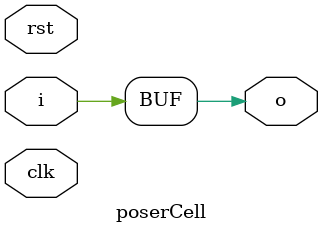
<source format=v>
module poserCell
(
  clk,
  rst,
  i,
  o
);

parameter cellType = 0;
parameter activeRst = 0;

input clk;
input rst;
input i;
output reg o;

generate
  if (cellType == 1) begin
    always @(posedge clk or negedge rst) begin
      if (!rst) begin
        o <= i;
      end else begin
        o <= i;
      end
    end
    end
  else begin
    always @(i) begin
      o = i;
    end
  end
endgenerate

endmodule


</source>
